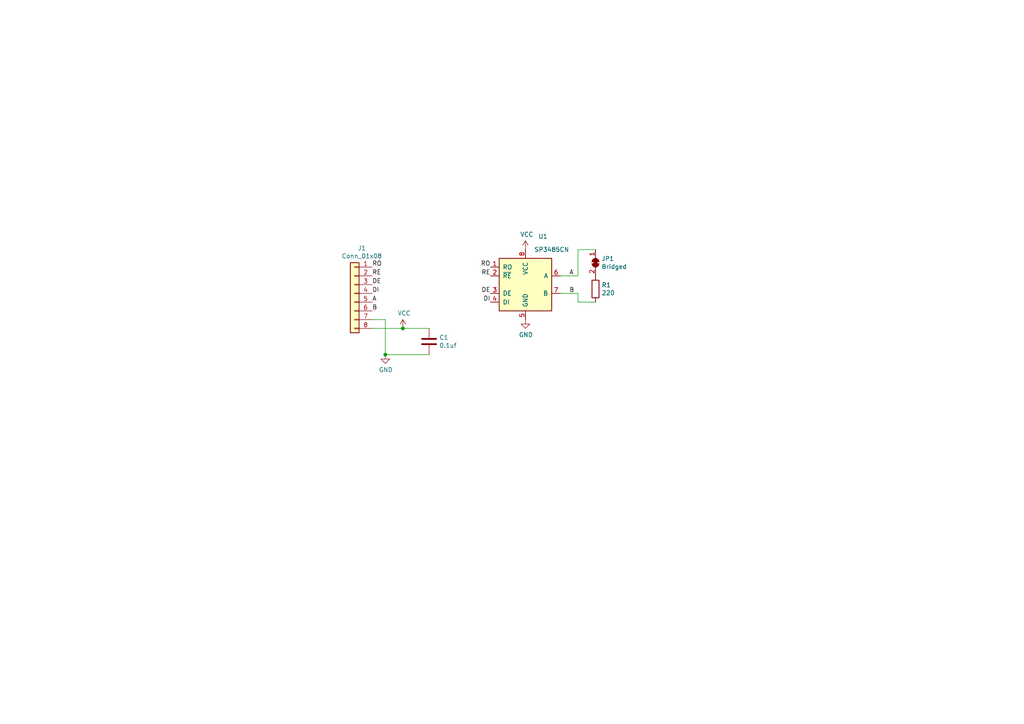
<source format=kicad_sch>
(kicad_sch (version 20230121) (generator eeschema)
  (paper "A4")
  (lib_symbols
    (symbol "Connector_Generic:Conn_01x08" (pin_names (offset 1.016) hide)
      (property "Reference" "J" (at 0 10.16 0))
      (property "Value" "Conn_01x08" (at 0 -12.7 0))
      (symbol "Conn_01x08_1_1"
        (rectangle (start -1.27 -10.033) (end 0 -10.287) (stroke (width 0.1524)))
        (rectangle (start -1.27 -7.493) (end 0 -7.747) (stroke (width 0.1524)))
        (rectangle (start -1.27 -4.953) (end 0 -5.207) (stroke (width 0.1524)))
        (rectangle (start -1.27 -2.413) (end 0 -2.667) (stroke (width 0.1524)))
        (rectangle (start -1.27 0.127) (end 0 -0.127) (stroke (width 0.1524)))
        (rectangle (start -1.27 2.667) (end 0 2.413) (stroke (width 0.1524)))
        (rectangle (start -1.27 5.207) (end 0 4.953) (stroke (width 0.1524)))
        (rectangle (start -1.27 7.747) (end 0 7.493) (stroke (width 0.1524)))
        (rectangle (start -1.27 8.89) (end 1.27 -11.43) (stroke (width 0.254)) (fill (type background)))
        (pin passive line (at -5.08 7.62 0) (length 3.81) (name "Pin_1") (number "1"))
        (pin passive line (at -5.08 5.08 0) (length 3.81) (name "Pin_2") (number "2"))
        (pin passive line (at -5.08 2.54 0) (length 3.81) (name "Pin_3") (number "3"))
        (pin passive line (at -5.08 0 0) (length 3.81) (name "Pin_4") (number "4"))
        (pin passive line (at -5.08 -2.54 0) (length 3.81) (name "Pin_5") (number "5"))
        (pin passive line (at -5.08 -5.08 0) (length 3.81) (name "Pin_6") (number "6"))
        (pin passive line (at -5.08 -7.62 0) (length 3.81) (name "Pin_7") (number "7"))
        (pin passive line (at -5.08 -10.16 0) (length 3.81) (name "Pin_8") (number "8"))
      )
    )
    (symbol "Device:C" (pin_numbers hide) (pin_names (offset 0.254))
      (property "Reference" "C" (at 0.635 2.54 0))
      (property "Value" "C" (at 0.635 -2.54 0))
      (symbol "C_0_1"
        (polyline (pts (xy -2.032 -0.762) (xy 2.032 -0.762)) (stroke (width 0.508)))
        (polyline (pts (xy -2.032 0.762) (xy 2.032 0.762)) (stroke (width 0.508)))
      )
      (symbol "C_1_1"
        (pin passive line (at 0 3.81 270) (length 2.794) (name "~") (number "1"))
        (pin passive line (at 0 -3.81 90) (length 2.794) (name "~") (number "2"))
      )
    )
    (symbol "Device:R" (pin_numbers hide) (pin_names (offset 0))
      (property "Reference" "R" (at 2.032 0 90))
      (property "Value" "R" (at 0 0 90))
      (symbol "R_0_1"
        (rectangle (start -1.016 -2.54) (end 1.016 2.54) (stroke (width 0.254)))
      )
      (symbol "R_1_1"
        (pin passive line (at 0 3.81 270) (length 1.27) (name "~") (number "1"))
        (pin passive line (at 0 -3.81 90) (length 1.27) (name "~") (number "2"))
      )
    )
    (symbol "Interface_UART:SP3485CN" (pin_names (offset 1.016))
      (property "Reference" "U" (at -7.62 8.89 0))
      (property "Value" "SP3485CN" (at 2.54 8.89 0))
      (symbol "SP3485CN_0_1"
        (rectangle (start -7.62 7.62) (end 7.62 -7.62) (stroke (width 0.254)) (fill (type background)))
      )
      (symbol "SP3485CN_1_1"
        (pin output line (at -10.16 5.08 0) (length 2.54) (name "RO") (number "1"))
        (pin input line (at -10.16 2.54 0) (length 2.54) (name "~{RE}") (number "2"))
        (pin input line (at -10.16 -2.54 0) (length 2.54) (name "DE") (number "3"))
        (pin input line (at -10.16 -5.08 0) (length 2.54) (name "DI") (number "4"))
        (pin power_in line (at 0 -10.16 90) (length 2.54) (name "GND") (number "5"))
        (pin bidirectional line (at 10.16 2.54 180) (length 2.54) (name "A") (number "6"))
        (pin bidirectional line (at 10.16 -2.54 180) (length 2.54) (name "B") (number "7"))
        (pin power_in line (at 0 10.16 270) (length 2.54) (name "VCC") (number "8"))
      )
    )
    (symbol "Jumper:SolderJumper_2_Bridged" (pin_names (offset 0) hide)
      (property "Reference" "JP" (at 0 2.032 0))
      (property "Value" "SolderJumper_2_Bridged" (at 0 -2.54 0))
      (symbol "SolderJumper_2_Bridged_0_1"
        (rectangle (start -0.508 0.508) (end 0.508 -0.508) (fill (type outline)))
        (arc (start -0.254 1.016) (mid -1.2656 0) (end -0.254 -1.016))
        (arc (start -0.254 1.016) (mid -1.2656 0) (end -0.254 -1.016) (fill (type outline)))
        (polyline (pts (xy -0.254 1.016) (xy -0.254 -1.016)))
        (polyline (pts (xy 0.254 1.016) (xy 0.254 -1.016)))
        (arc (start 0.254 -1.016) (mid 1.2656 0) (end 0.254 1.016))
        (arc (start 0.254 -1.016) (mid 1.2656 0) (end 0.254 1.016) (fill (type outline)))
      )
      (symbol "SolderJumper_2_Bridged_1_1"
        (pin passive line (at -3.81 0 0) (length 2.54) (name "A") (number "1"))
        (pin passive line (at 3.81 0 180) (length 2.54) (name "B") (number "2"))
      )
    )
    (symbol "power:GND" (power) (pin_names (offset 0))
      (property "Value" "GND" (at 0 -3.81 0))
      (symbol "GND_0_1"
        (polyline (pts (xy 0 0) (xy 0 -1.27) (xy 1.27 -1.27) (xy 0 -2.54) (xy -1.27 -1.27) (xy 0 -1.27)))
      )
      (symbol "GND_1_1"
        (pin power_in line (at 0 0 270) (length 0) hide (name "GND") (number "1"))
      )
    )
    (symbol "power:VCC" (power) (pin_names (offset 0))
      (property "Value" "VCC" (at 0 3.81 0))
      (symbol "VCC_0_1"
        (polyline (pts (xy -0.762 1.27) (xy 0 2.54)))
        (polyline (pts (xy 0 0) (xy 0 2.54)))
        (polyline (pts (xy 0 2.54) (xy 0.762 1.27)))
      )
      (symbol "VCC_1_1"
        (pin power_in line (at 0 0 90) (length 0) hide (name "VCC") (number "1"))
      )
    )
  )
  (junction (at 116.84 95.25))
  (junction (at 111.76 102.87))
  (wire (pts (xy 162.56 80.01) (xy 167.64 80.01)))
  (wire (pts (xy 116.84 95.25) (xy 107.95 95.25)))
  (wire (pts (xy 167.64 85.09) (xy 167.64 87.63)))
  (wire (pts (xy 167.64 72.39) (xy 172.72 72.39)))
  (wire (pts (xy 167.64 80.01) (xy 167.64 72.39)))
  (wire (pts (xy 162.56 85.09) (xy 167.64 85.09)))
  (wire (pts (xy 111.76 92.71) (xy 111.76 102.87)))
  (wire (pts (xy 111.76 92.71) (xy 107.95 92.71)))
  (wire (pts (xy 116.84 95.25) (xy 124.46 95.25)))
  (wire (pts (xy 167.64 87.63) (xy 172.72 87.63)))
  (wire (pts (xy 111.76 102.87) (xy 124.46 102.87)))
  (label "DI" (at 142.24 87.63 180))
  (label "RE" (at 107.95 80.01 0))
  (label "RO" (at 107.95 77.47 0))
  (label "A" (at 107.95 87.63 0))
  (label "A" (at 165.1 80.01 0))
  (label "DE" (at 142.24 85.09 180))
  (label "RE" (at 142.24 80.01 180))
  (label "B" (at 107.95 90.17 0))
  (label "DI" (at 107.95 85.09 0))
  (label "RO" (at 142.24 77.47 180))
  (label "DE" (at 107.95 82.55 0))
  (label "B" (at 165.1 85.09 0))
  (symbol (lib_id "Interface_UART:SP3485CN") (at 152.4 82.55 0) (unit 1)
    (property "Reference" "U1" (at 157.48 68.58 0))
    (property "Value" "SP3485CN" (at 160.02 72.39 0))
    (property "Footprint" "Package_SO:SOIC-8_3.9x4.9mm_P1.27mm" (effects hide))
    (property "Datasheet" "http://www.icbase.com/pdf/SPX/SPX00480106.pdf" (effects hide))
  )
  (symbol (lib_id "power:GND") (at 152.4 92.71 0) (unit 1)
    (property "Reference" "#PWR0101" (effects hide))
    (property "Value" "GND" (at 152.527 97.1042 0))
  )
  (symbol (lib_id "Device:R") (at 172.72 83.82 0) (unit 1)
    (property "Reference" "R1" (at 174.498 82.6516 0) (effects (justify left)))
    (property "Value" "220" (at 174.498 84.963 0) (effects (justify left)))
    (property "Footprint" "Resistor_SMD:R_0402_1005Metric" (effects hide))
  )
  (symbol (lib_id "power:VCC") (at 152.4 72.39 0) (unit 1)
    (property "Reference" "#PWR0102" (effects hide))
    (property "Value" "VCC" (at 152.781 67.9958 0))
  )
  (symbol (lib_id "Jumper:SolderJumper_2_Bridged") (at 172.72 76.2 270) (unit 1)
    (property "Reference" "JP1" (at 174.4472 75.0316 90) (effects (justify left)))
    (property "Value" "Bridged" (at 174.4472 77.343 90) (effects (justify left)))
    (property "Footprint" "my-kicad-footprints:SolderJumper-2_P1.3mm_Bridged_RoundedPad1.0x1.5mm" (effects hide))
  )
  (symbol (lib_id "Connector_Generic:Conn_01x08") (at 102.87 85.09 0) (mirror y) (unit 1)
    (property "Reference" "J1" (at 104.9528 71.9582 0))
    (property "Value" "Conn_01x08" (at 104.9528 74.2696 0))
    (property "Footprint" "my-kicad-footprints:PinHeader_1x08_P2.54mm_Vertical_witout_silk" (effects hide))
  )
  (symbol (lib_id "power:GND") (at 111.76 102.87 0) (unit 1)
    (property "Reference" "#PWR0103" (effects hide))
    (property "Value" "GND" (at 111.887 107.2642 0))
  )
  (symbol (lib_id "power:VCC") (at 116.84 95.25 0) (unit 1)
    (property "Reference" "#PWR0104" (effects hide))
    (property "Value" "VCC" (at 117.221 90.8558 0))
  )
  (symbol (lib_id "Device:C") (at 124.46 99.06 0) (unit 1)
    (property "Reference" "C1" (at 127.381 97.8916 0) (effects (justify left)))
    (property "Value" "0.1uf" (at 127.381 100.203 0) (effects (justify left)))
    (property "Footprint" "Capacitor_SMD:C_0402_1005Metric" (effects hide))
  )
)
</source>
